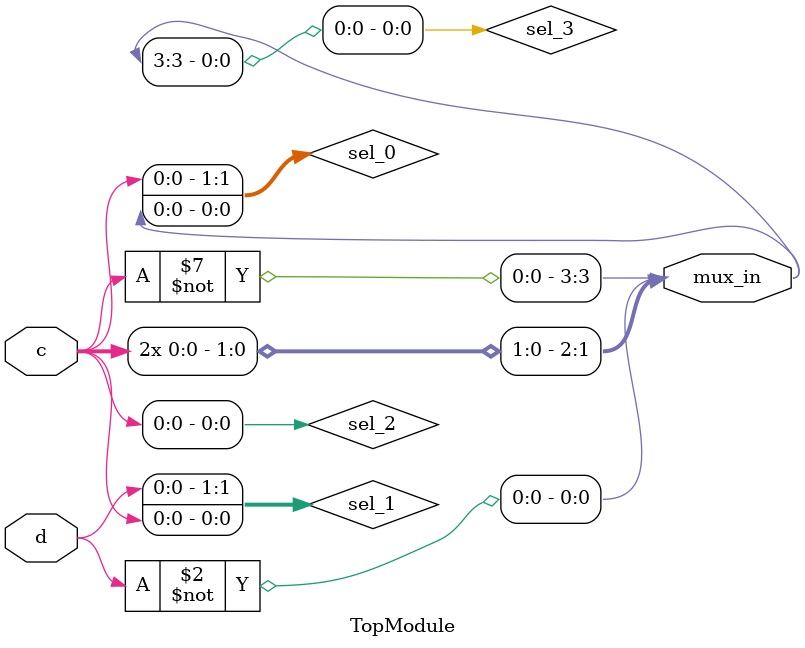
<source format=sv>

module TopModule (
  input c,
  input d,
  output [3:0] mux_in
);

// Define 2-to-1 multiplexers
logic [1:0] sel_0 = {c, ~d};
logic [1:0] sel_1 = {d, c};
logic [1:0] sel_2 = {~d, c};
logic [1:0] sel_3 = {~d, ~c};

// Assign outputs to the appropriate multiplexers
assign mux_in[0] = sel_0[0];
assign mux_in[1] = sel_1[0];
assign mux_in[2] = sel_2[0];
assign mux_in[3] = sel_3[0];

endmodule

// VERILOG-EVAL: errant inclusion of module definition

</source>
